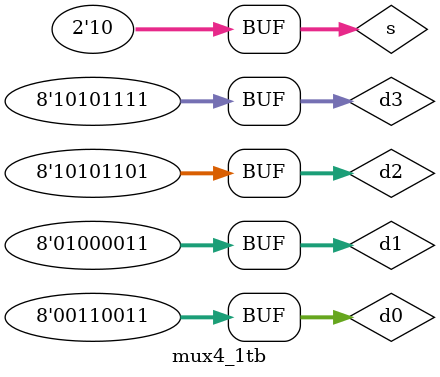
<source format=v>
`timescale 1ns / 1ps


module mux4_1tb;

	// Inputs
	reg [7:0] d0;
	reg [7:0] d1;
	reg [7:0] d2;
	reg [7:0] d3;
	reg [1:0] s;

	// Outputs
	wire [7:0] y;

	// Instantiate the Unit Under Test (UUT)
	mux4_1 uut (
		.d0(d0), 
		.d1(d1), 
		.d2(d2), 
		.d3(d3), 
		.s(s), 
		.y(y)
	);

	initial begin
		// Initialize Inputs
		d0 = 8'h33;
		d1 = 8'h43;
		d2 = 8'hAD;
		d3 = 8'hAF;
		s = 01;

		// Wait 100 ns for global reset to finish
		#100;
      		s = 10;

		// Add stimulus here

	end
      
endmodule


</source>
